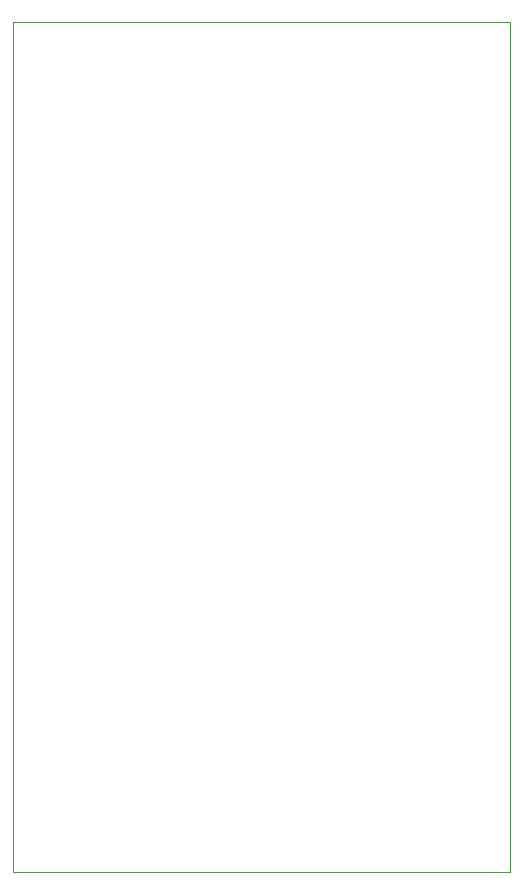
<source format=gbr>
%TF.GenerationSoftware,KiCad,Pcbnew,7.0.0-da2b9df05c~171~ubuntu22.10.1*%
%TF.CreationDate,2023-03-06T20:27:15+01:00*%
%TF.ProjectId,frakfurt_eth,6672616b-6675-4727-945f-6574682e6b69,rev?*%
%TF.SameCoordinates,Original*%
%TF.FileFunction,Profile,NP*%
%FSLAX46Y46*%
G04 Gerber Fmt 4.6, Leading zero omitted, Abs format (unit mm)*
G04 Created by KiCad (PCBNEW 7.0.0-da2b9df05c~171~ubuntu22.10.1) date 2023-03-06 20:27:15*
%MOMM*%
%LPD*%
G01*
G04 APERTURE LIST*
%TA.AperFunction,Profile*%
%ADD10C,0.100000*%
%TD*%
G04 APERTURE END LIST*
D10*
X94000000Y-50000000D02*
X136100000Y-50000000D01*
X136100000Y-50000000D02*
X136100000Y-122000000D01*
X136100000Y-122000000D02*
X94000000Y-122000000D01*
X94000000Y-122000000D02*
X94000000Y-50000000D01*
M02*

</source>
